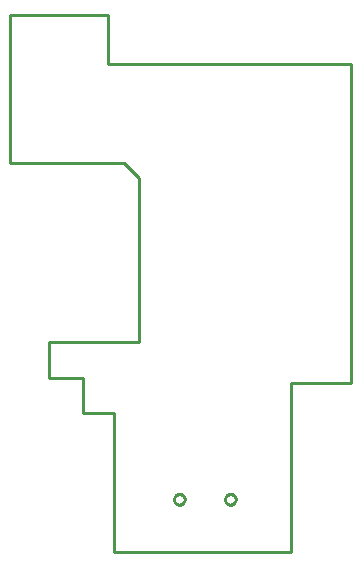
<source format=gbr>
G04 EAGLE Gerber RS-274X export*
G75*
%MOMM*%
%FSLAX34Y34*%
%LPD*%
%IN*%
%IPPOS*%
%AMOC8*
5,1,8,0,0,1.08239X$1,22.5*%
G01*
%ADD10C,0.254000*%


D10*
X132032Y316230D02*
X228600Y316230D01*
X241300Y303530D01*
X241300Y165080D01*
X164920Y165080D01*
X164920Y134412D01*
X193396Y134412D01*
X193396Y104920D01*
X220000Y104920D01*
X220000Y-12700D01*
X370000Y-12700D01*
X370000Y130000D01*
X420790Y130000D01*
X420790Y400254D01*
X214572Y400254D01*
X214572Y442220D01*
X132032Y442220D01*
X132032Y316230D01*
X279770Y31576D02*
X279693Y30991D01*
X279540Y30421D01*
X279315Y29876D01*
X279020Y29365D01*
X278661Y28897D01*
X278243Y28480D01*
X277775Y28121D01*
X277265Y27826D01*
X276720Y27600D01*
X276150Y27448D01*
X275565Y27371D01*
X274975Y27371D01*
X274390Y27448D01*
X273820Y27600D01*
X273275Y27826D01*
X272765Y28121D01*
X272297Y28480D01*
X271879Y28897D01*
X271520Y29365D01*
X271225Y29876D01*
X271000Y30421D01*
X270847Y30991D01*
X270770Y31576D01*
X270770Y32166D01*
X270847Y32750D01*
X271000Y33320D01*
X271225Y33865D01*
X271520Y34376D01*
X271879Y34844D01*
X272297Y35261D01*
X272765Y35620D01*
X273275Y35915D01*
X273820Y36141D01*
X274390Y36294D01*
X274975Y36371D01*
X275565Y36371D01*
X276150Y36294D01*
X276720Y36141D01*
X277265Y35915D01*
X277775Y35620D01*
X278243Y35261D01*
X278661Y34844D01*
X279020Y34376D01*
X279315Y33865D01*
X279540Y33320D01*
X279693Y32750D01*
X279770Y32166D01*
X279770Y31576D01*
X322950Y31576D02*
X322873Y30991D01*
X322720Y30421D01*
X322495Y29876D01*
X322200Y29365D01*
X321841Y28897D01*
X321423Y28480D01*
X320955Y28121D01*
X320445Y27826D01*
X319900Y27600D01*
X319330Y27448D01*
X318745Y27371D01*
X318155Y27371D01*
X317570Y27448D01*
X317000Y27600D01*
X316455Y27826D01*
X315945Y28121D01*
X315477Y28480D01*
X315059Y28897D01*
X314700Y29365D01*
X314405Y29876D01*
X314180Y30421D01*
X314027Y30991D01*
X313950Y31576D01*
X313950Y32166D01*
X314027Y32750D01*
X314180Y33320D01*
X314405Y33865D01*
X314700Y34376D01*
X315059Y34844D01*
X315477Y35261D01*
X315945Y35620D01*
X316455Y35915D01*
X317000Y36141D01*
X317570Y36294D01*
X318155Y36371D01*
X318745Y36371D01*
X319330Y36294D01*
X319900Y36141D01*
X320445Y35915D01*
X320955Y35620D01*
X321423Y35261D01*
X321841Y34844D01*
X322200Y34376D01*
X322495Y33865D01*
X322720Y33320D01*
X322873Y32750D01*
X322950Y32166D01*
X322950Y31576D01*
M02*

</source>
